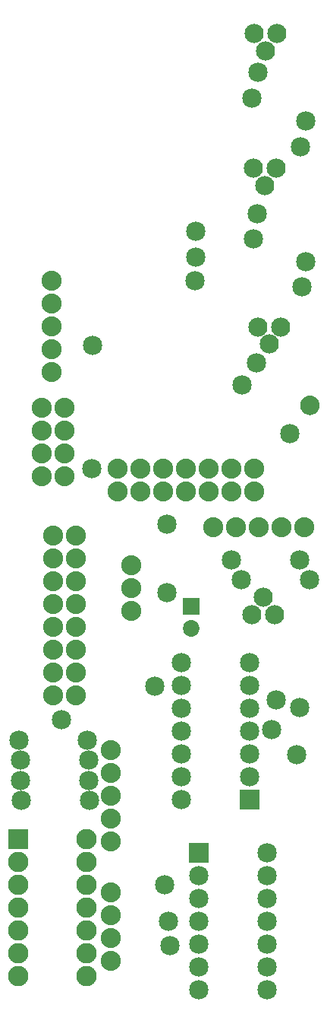
<source format=gts>
G04 MADE WITH FRITZING*
G04 WWW.FRITZING.ORG*
G04 DOUBLE SIDED*
G04 HOLES PLATED*
G04 CONTOUR ON CENTER OF CONTOUR VECTOR*
%ASAXBY*%
%FSLAX23Y23*%
%MOIN*%
%OFA0B0*%
%SFA1.0B1.0*%
%ADD10C,0.085000*%
%ADD11C,0.072992*%
%ADD12C,0.088000*%
%ADD13C,0.089370*%
%ADD14C,0.084000*%
%ADD15C,0.035000*%
%ADD16R,0.072992X0.072992*%
%ADD17R,0.089370X0.089370*%
%ADD18R,0.085000X0.085000*%
%ADD19R,0.001000X0.001000*%
%LNMASK1*%
G90*
G70*
G54D10*
X744Y2119D03*
X744Y1819D03*
G54D11*
X851Y1762D03*
X851Y1664D03*
G54D10*
X417Y2905D03*
X413Y2363D03*
G54D12*
X586Y1942D03*
X586Y1842D03*
X586Y1742D03*
G54D10*
X279Y1265D03*
X690Y1410D03*
G54D12*
X237Y3187D03*
X237Y3087D03*
X237Y2987D03*
X237Y2887D03*
X237Y2787D03*
X528Y2263D03*
X628Y2263D03*
X728Y2263D03*
X828Y2263D03*
X928Y2263D03*
X1028Y2263D03*
X1128Y2263D03*
X528Y2263D03*
X628Y2263D03*
X728Y2263D03*
X828Y2263D03*
X928Y2263D03*
X1028Y2263D03*
X1128Y2263D03*
X1128Y2363D03*
X1028Y2363D03*
X928Y2363D03*
X828Y2363D03*
X728Y2363D03*
X628Y2363D03*
X528Y2363D03*
X245Y2069D03*
X245Y1969D03*
X245Y1869D03*
X245Y1769D03*
X245Y1669D03*
X245Y1569D03*
X245Y1469D03*
X245Y1369D03*
X245Y2069D03*
X245Y1969D03*
X245Y1869D03*
X245Y1769D03*
X245Y1669D03*
X245Y1569D03*
X245Y1469D03*
X245Y1369D03*
X345Y1369D03*
X345Y1469D03*
X345Y1569D03*
X345Y1669D03*
X345Y1769D03*
X345Y1869D03*
X345Y1969D03*
X345Y2069D03*
G54D13*
X89Y740D03*
X389Y740D03*
X89Y640D03*
X389Y640D03*
X89Y540D03*
X389Y540D03*
X89Y440D03*
X389Y440D03*
X89Y340D03*
X389Y340D03*
X89Y240D03*
X389Y240D03*
X89Y140D03*
X389Y140D03*
G54D12*
X292Y2329D03*
X292Y2429D03*
X292Y2529D03*
X292Y2629D03*
X292Y2329D03*
X292Y2429D03*
X292Y2529D03*
X292Y2629D03*
X192Y2629D03*
X192Y2529D03*
X192Y2429D03*
X192Y2329D03*
G54D14*
X1226Y4269D03*
X1176Y4194D03*
X1126Y4269D03*
X1226Y4269D03*
X1176Y4194D03*
X1126Y4269D03*
G54D10*
X756Y273D03*
X1326Y1316D03*
G54D14*
X1222Y3679D03*
X1172Y3604D03*
X1122Y3679D03*
X1222Y3679D03*
X1172Y3604D03*
X1122Y3679D03*
G54D10*
X1204Y1219D03*
X751Y380D03*
G54D14*
X1116Y1725D03*
X1166Y1800D03*
X1216Y1725D03*
X1116Y1725D03*
X1166Y1800D03*
X1216Y1725D03*
G54D10*
X868Y3188D03*
X733Y539D03*
G54D14*
X1242Y2985D03*
X1192Y2910D03*
X1142Y2985D03*
X1242Y2985D03*
X1192Y2910D03*
X1142Y2985D03*
G54D10*
X869Y3292D03*
X1313Y1110D03*
X1329Y3774D03*
X1117Y3986D03*
X871Y3405D03*
X1223Y1349D03*
X1337Y3159D03*
X1124Y3371D03*
X1327Y1964D03*
X1027Y1964D03*
X1285Y2518D03*
X1073Y2730D03*
X1143Y4099D03*
X1355Y3887D03*
X1140Y3481D03*
X1352Y3269D03*
X1071Y1878D03*
X1371Y1878D03*
X1137Y2826D03*
G54D15*
X1372Y2640D03*
G54D10*
X403Y910D03*
X103Y910D03*
X399Y997D03*
X99Y997D03*
X399Y1087D03*
X99Y1087D03*
X392Y1173D03*
X92Y1173D03*
X1106Y915D03*
X806Y915D03*
X1106Y1015D03*
X806Y1015D03*
X1106Y1115D03*
X806Y1115D03*
X1106Y1215D03*
X806Y1215D03*
X1106Y1315D03*
X806Y1315D03*
X1106Y1415D03*
X806Y1415D03*
X1106Y1515D03*
X806Y1515D03*
X882Y680D03*
X1182Y680D03*
X882Y580D03*
X1182Y580D03*
X882Y480D03*
X1182Y480D03*
X882Y380D03*
X1182Y380D03*
X882Y280D03*
X1182Y280D03*
X882Y180D03*
X1182Y180D03*
X882Y80D03*
X1182Y80D03*
G54D12*
X497Y206D03*
X497Y306D03*
X497Y406D03*
X497Y506D03*
X947Y2106D03*
X1047Y2106D03*
X1147Y2106D03*
X1247Y2106D03*
X1347Y2106D03*
X497Y731D03*
X497Y831D03*
X497Y931D03*
X497Y1031D03*
X497Y1131D03*
G54D16*
X851Y1762D03*
G54D17*
X89Y740D03*
G54D18*
X1106Y915D03*
X882Y680D03*
G54D19*
X1365Y2683D02*
X1378Y2683D01*
X1361Y2682D02*
X1383Y2682D01*
X1358Y2681D02*
X1386Y2681D01*
X1355Y2680D02*
X1388Y2680D01*
X1353Y2679D02*
X1390Y2679D01*
X1351Y2678D02*
X1392Y2678D01*
X1349Y2677D02*
X1394Y2677D01*
X1348Y2676D02*
X1395Y2676D01*
X1347Y2675D02*
X1397Y2675D01*
X1345Y2674D02*
X1398Y2674D01*
X1344Y2673D02*
X1399Y2673D01*
X1343Y2672D02*
X1400Y2672D01*
X1342Y2671D02*
X1401Y2671D01*
X1341Y2670D02*
X1402Y2670D01*
X1340Y2669D02*
X1403Y2669D01*
X1339Y2668D02*
X1404Y2668D01*
X1338Y2667D02*
X1405Y2667D01*
X1338Y2666D02*
X1405Y2666D01*
X1337Y2665D02*
X1406Y2665D01*
X1336Y2664D02*
X1407Y2664D01*
X1336Y2663D02*
X1407Y2663D01*
X1335Y2662D02*
X1408Y2662D01*
X1335Y2661D02*
X1409Y2661D01*
X1334Y2660D02*
X1409Y2660D01*
X1334Y2659D02*
X1410Y2659D01*
X1333Y2658D02*
X1410Y2658D01*
X1333Y2657D02*
X1410Y2657D01*
X1332Y2656D02*
X1411Y2656D01*
X1332Y2655D02*
X1411Y2655D01*
X1332Y2654D02*
X1412Y2654D01*
X1331Y2653D02*
X1412Y2653D01*
X1331Y2652D02*
X1412Y2652D01*
X1331Y2651D02*
X1412Y2651D01*
X1331Y2650D02*
X1413Y2650D01*
X1330Y2649D02*
X1413Y2649D01*
X1330Y2648D02*
X1413Y2648D01*
X1330Y2647D02*
X1413Y2647D01*
X1330Y2646D02*
X1413Y2646D01*
X1330Y2645D02*
X1413Y2645D01*
X1330Y2644D02*
X1413Y2644D01*
X1330Y2643D02*
X1413Y2643D01*
X1330Y2642D02*
X1414Y2642D01*
X1330Y2641D02*
X1413Y2641D01*
X1330Y2640D02*
X1413Y2640D01*
X1330Y2639D02*
X1413Y2639D01*
X1330Y2638D02*
X1413Y2638D01*
X1330Y2637D02*
X1413Y2637D01*
X1330Y2636D02*
X1413Y2636D01*
X1330Y2635D02*
X1413Y2635D01*
X1330Y2634D02*
X1413Y2634D01*
X1330Y2633D02*
X1413Y2633D01*
X1331Y2632D02*
X1413Y2632D01*
X1331Y2631D02*
X1412Y2631D01*
X1331Y2630D02*
X1412Y2630D01*
X1331Y2629D02*
X1412Y2629D01*
X1332Y2628D02*
X1411Y2628D01*
X1332Y2627D02*
X1411Y2627D01*
X1332Y2626D02*
X1411Y2626D01*
X1333Y2625D02*
X1410Y2625D01*
X1333Y2624D02*
X1410Y2624D01*
X1334Y2623D02*
X1409Y2623D01*
X1334Y2622D02*
X1409Y2622D01*
X1335Y2621D02*
X1408Y2621D01*
X1335Y2620D02*
X1408Y2620D01*
X1336Y2619D02*
X1407Y2619D01*
X1337Y2618D02*
X1407Y2618D01*
X1337Y2617D02*
X1406Y2617D01*
X1338Y2616D02*
X1405Y2616D01*
X1339Y2615D02*
X1405Y2615D01*
X1340Y2614D02*
X1404Y2614D01*
X1340Y2613D02*
X1403Y2613D01*
X1341Y2612D02*
X1402Y2612D01*
X1342Y2611D02*
X1401Y2611D01*
X1343Y2610D02*
X1400Y2610D01*
X1344Y2609D02*
X1399Y2609D01*
X1346Y2608D02*
X1398Y2608D01*
X1347Y2607D02*
X1396Y2607D01*
X1348Y2606D02*
X1395Y2606D01*
X1350Y2605D02*
X1393Y2605D01*
X1352Y2604D02*
X1392Y2604D01*
X1354Y2603D02*
X1390Y2603D01*
X1356Y2602D02*
X1387Y2602D01*
X1358Y2601D02*
X1385Y2601D01*
X1362Y2600D02*
X1381Y2600D01*
X1367Y2599D02*
X1376Y2599D01*
D02*
G04 End of Mask1*
M02*
</source>
